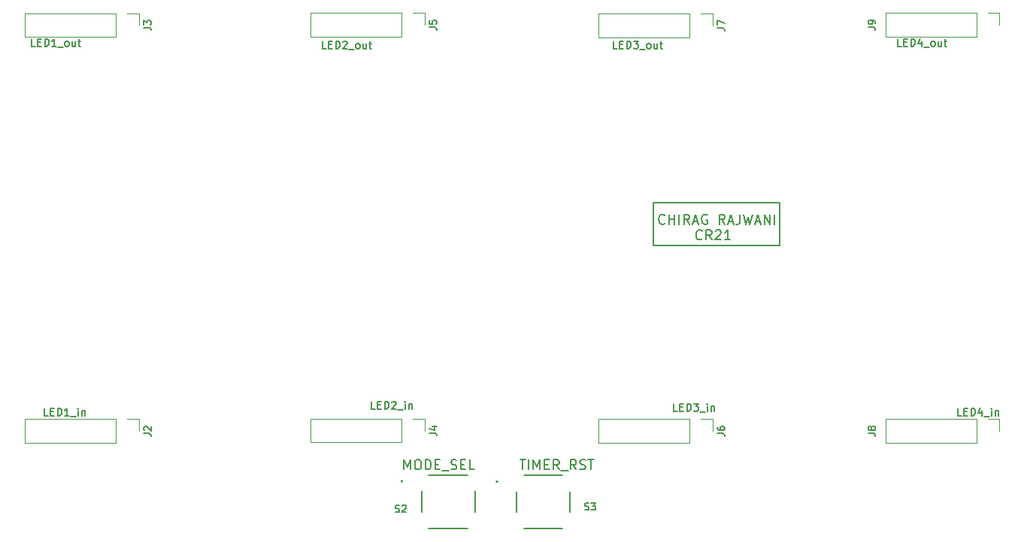
<source format=gto>
%TF.GenerationSoftware,KiCad,Pcbnew,8.0.1*%
%TF.CreationDate,2024-08-12T20:51:52+05:30*%
%TF.ProjectId,4x8x8 LED Matrix Pcb,34783878-3820-44c4-9544-204d61747269,rev?*%
%TF.SameCoordinates,Original*%
%TF.FileFunction,Legend,Top*%
%TF.FilePolarity,Positive*%
%FSLAX46Y46*%
G04 Gerber Fmt 4.6, Leading zero omitted, Abs format (unit mm)*
G04 Created by KiCad (PCBNEW 8.0.1) date 2024-08-12 20:51:52*
%MOMM*%
%LPD*%
G01*
G04 APERTURE LIST*
%ADD10C,0.200000*%
%ADD11C,0.150000*%
%ADD12C,0.120000*%
%ADD13C,0.127000*%
G04 APERTURE END LIST*
D10*
X161290000Y-94488000D02*
X175514000Y-94488000D01*
X175514000Y-99314000D01*
X161290000Y-99314000D01*
X161290000Y-94488000D01*
X162566054Y-96785281D02*
X162513673Y-96837662D01*
X162513673Y-96837662D02*
X162356530Y-96890042D01*
X162356530Y-96890042D02*
X162251768Y-96890042D01*
X162251768Y-96890042D02*
X162094625Y-96837662D01*
X162094625Y-96837662D02*
X161989863Y-96732900D01*
X161989863Y-96732900D02*
X161937482Y-96628138D01*
X161937482Y-96628138D02*
X161885101Y-96418614D01*
X161885101Y-96418614D02*
X161885101Y-96261471D01*
X161885101Y-96261471D02*
X161937482Y-96051947D01*
X161937482Y-96051947D02*
X161989863Y-95947185D01*
X161989863Y-95947185D02*
X162094625Y-95842423D01*
X162094625Y-95842423D02*
X162251768Y-95790042D01*
X162251768Y-95790042D02*
X162356530Y-95790042D01*
X162356530Y-95790042D02*
X162513673Y-95842423D01*
X162513673Y-95842423D02*
X162566054Y-95894804D01*
X163037482Y-96890042D02*
X163037482Y-95790042D01*
X163037482Y-96313852D02*
X163666054Y-96313852D01*
X163666054Y-96890042D02*
X163666054Y-95790042D01*
X164189863Y-96890042D02*
X164189863Y-95790042D01*
X165342245Y-96890042D02*
X164975578Y-96366233D01*
X164713673Y-96890042D02*
X164713673Y-95790042D01*
X164713673Y-95790042D02*
X165132721Y-95790042D01*
X165132721Y-95790042D02*
X165237483Y-95842423D01*
X165237483Y-95842423D02*
X165289864Y-95894804D01*
X165289864Y-95894804D02*
X165342245Y-95999566D01*
X165342245Y-95999566D02*
X165342245Y-96156709D01*
X165342245Y-96156709D02*
X165289864Y-96261471D01*
X165289864Y-96261471D02*
X165237483Y-96313852D01*
X165237483Y-96313852D02*
X165132721Y-96366233D01*
X165132721Y-96366233D02*
X164713673Y-96366233D01*
X165761292Y-96575757D02*
X166285102Y-96575757D01*
X165656530Y-96890042D02*
X166023197Y-95790042D01*
X166023197Y-95790042D02*
X166389864Y-96890042D01*
X167332721Y-95842423D02*
X167227959Y-95790042D01*
X167227959Y-95790042D02*
X167070816Y-95790042D01*
X167070816Y-95790042D02*
X166913673Y-95842423D01*
X166913673Y-95842423D02*
X166808911Y-95947185D01*
X166808911Y-95947185D02*
X166756530Y-96051947D01*
X166756530Y-96051947D02*
X166704149Y-96261471D01*
X166704149Y-96261471D02*
X166704149Y-96418614D01*
X166704149Y-96418614D02*
X166756530Y-96628138D01*
X166756530Y-96628138D02*
X166808911Y-96732900D01*
X166808911Y-96732900D02*
X166913673Y-96837662D01*
X166913673Y-96837662D02*
X167070816Y-96890042D01*
X167070816Y-96890042D02*
X167175578Y-96890042D01*
X167175578Y-96890042D02*
X167332721Y-96837662D01*
X167332721Y-96837662D02*
X167385102Y-96785281D01*
X167385102Y-96785281D02*
X167385102Y-96418614D01*
X167385102Y-96418614D02*
X167175578Y-96418614D01*
X169323197Y-96890042D02*
X168956530Y-96366233D01*
X168694625Y-96890042D02*
X168694625Y-95790042D01*
X168694625Y-95790042D02*
X169113673Y-95790042D01*
X169113673Y-95790042D02*
X169218435Y-95842423D01*
X169218435Y-95842423D02*
X169270816Y-95894804D01*
X169270816Y-95894804D02*
X169323197Y-95999566D01*
X169323197Y-95999566D02*
X169323197Y-96156709D01*
X169323197Y-96156709D02*
X169270816Y-96261471D01*
X169270816Y-96261471D02*
X169218435Y-96313852D01*
X169218435Y-96313852D02*
X169113673Y-96366233D01*
X169113673Y-96366233D02*
X168694625Y-96366233D01*
X169742244Y-96575757D02*
X170266054Y-96575757D01*
X169637482Y-96890042D02*
X170004149Y-95790042D01*
X170004149Y-95790042D02*
X170370816Y-96890042D01*
X171051768Y-95790042D02*
X171051768Y-96575757D01*
X171051768Y-96575757D02*
X170999387Y-96732900D01*
X170999387Y-96732900D02*
X170894625Y-96837662D01*
X170894625Y-96837662D02*
X170737482Y-96890042D01*
X170737482Y-96890042D02*
X170632720Y-96890042D01*
X171470815Y-95790042D02*
X171732720Y-96890042D01*
X171732720Y-96890042D02*
X171942244Y-96104328D01*
X171942244Y-96104328D02*
X172151768Y-96890042D01*
X172151768Y-96890042D02*
X172413673Y-95790042D01*
X172780339Y-96575757D02*
X173304149Y-96575757D01*
X172675577Y-96890042D02*
X173042244Y-95790042D01*
X173042244Y-95790042D02*
X173408911Y-96890042D01*
X173775577Y-96890042D02*
X173775577Y-95790042D01*
X173775577Y-95790042D02*
X174404149Y-96890042D01*
X174404149Y-96890042D02*
X174404149Y-95790042D01*
X174927958Y-96890042D02*
X174927958Y-95790042D01*
X166756529Y-98556219D02*
X166704148Y-98608600D01*
X166704148Y-98608600D02*
X166547005Y-98660980D01*
X166547005Y-98660980D02*
X166442243Y-98660980D01*
X166442243Y-98660980D02*
X166285100Y-98608600D01*
X166285100Y-98608600D02*
X166180338Y-98503838D01*
X166180338Y-98503838D02*
X166127957Y-98399076D01*
X166127957Y-98399076D02*
X166075576Y-98189552D01*
X166075576Y-98189552D02*
X166075576Y-98032409D01*
X166075576Y-98032409D02*
X166127957Y-97822885D01*
X166127957Y-97822885D02*
X166180338Y-97718123D01*
X166180338Y-97718123D02*
X166285100Y-97613361D01*
X166285100Y-97613361D02*
X166442243Y-97560980D01*
X166442243Y-97560980D02*
X166547005Y-97560980D01*
X166547005Y-97560980D02*
X166704148Y-97613361D01*
X166704148Y-97613361D02*
X166756529Y-97665742D01*
X167856529Y-98660980D02*
X167489862Y-98137171D01*
X167227957Y-98660980D02*
X167227957Y-97560980D01*
X167227957Y-97560980D02*
X167647005Y-97560980D01*
X167647005Y-97560980D02*
X167751767Y-97613361D01*
X167751767Y-97613361D02*
X167804148Y-97665742D01*
X167804148Y-97665742D02*
X167856529Y-97770504D01*
X167856529Y-97770504D02*
X167856529Y-97927647D01*
X167856529Y-97927647D02*
X167804148Y-98032409D01*
X167804148Y-98032409D02*
X167751767Y-98084790D01*
X167751767Y-98084790D02*
X167647005Y-98137171D01*
X167647005Y-98137171D02*
X167227957Y-98137171D01*
X168275576Y-97665742D02*
X168327957Y-97613361D01*
X168327957Y-97613361D02*
X168432719Y-97560980D01*
X168432719Y-97560980D02*
X168694624Y-97560980D01*
X168694624Y-97560980D02*
X168799386Y-97613361D01*
X168799386Y-97613361D02*
X168851767Y-97665742D01*
X168851767Y-97665742D02*
X168904148Y-97770504D01*
X168904148Y-97770504D02*
X168904148Y-97875266D01*
X168904148Y-97875266D02*
X168851767Y-98032409D01*
X168851767Y-98032409D02*
X168223195Y-98660980D01*
X168223195Y-98660980D02*
X168904148Y-98660980D01*
X169951767Y-98660980D02*
X169323195Y-98660980D01*
X169637481Y-98660980D02*
X169637481Y-97560980D01*
X169637481Y-97560980D02*
X169532719Y-97718123D01*
X169532719Y-97718123D02*
X169427957Y-97822885D01*
X169427957Y-97822885D02*
X169323195Y-97875266D01*
D11*
X133202588Y-124571580D02*
X133202588Y-123471580D01*
X133202588Y-123471580D02*
X133569255Y-124257295D01*
X133569255Y-124257295D02*
X133935922Y-123471580D01*
X133935922Y-123471580D02*
X133935922Y-124571580D01*
X134669255Y-123471580D02*
X134878779Y-123471580D01*
X134878779Y-123471580D02*
X134983541Y-123523961D01*
X134983541Y-123523961D02*
X135088303Y-123628723D01*
X135088303Y-123628723D02*
X135140684Y-123838247D01*
X135140684Y-123838247D02*
X135140684Y-124204914D01*
X135140684Y-124204914D02*
X135088303Y-124414438D01*
X135088303Y-124414438D02*
X134983541Y-124519200D01*
X134983541Y-124519200D02*
X134878779Y-124571580D01*
X134878779Y-124571580D02*
X134669255Y-124571580D01*
X134669255Y-124571580D02*
X134564493Y-124519200D01*
X134564493Y-124519200D02*
X134459731Y-124414438D01*
X134459731Y-124414438D02*
X134407350Y-124204914D01*
X134407350Y-124204914D02*
X134407350Y-123838247D01*
X134407350Y-123838247D02*
X134459731Y-123628723D01*
X134459731Y-123628723D02*
X134564493Y-123523961D01*
X134564493Y-123523961D02*
X134669255Y-123471580D01*
X135612112Y-124571580D02*
X135612112Y-123471580D01*
X135612112Y-123471580D02*
X135874017Y-123471580D01*
X135874017Y-123471580D02*
X136031160Y-123523961D01*
X136031160Y-123523961D02*
X136135922Y-123628723D01*
X136135922Y-123628723D02*
X136188303Y-123733485D01*
X136188303Y-123733485D02*
X136240684Y-123943009D01*
X136240684Y-123943009D02*
X136240684Y-124100152D01*
X136240684Y-124100152D02*
X136188303Y-124309676D01*
X136188303Y-124309676D02*
X136135922Y-124414438D01*
X136135922Y-124414438D02*
X136031160Y-124519200D01*
X136031160Y-124519200D02*
X135874017Y-124571580D01*
X135874017Y-124571580D02*
X135612112Y-124571580D01*
X136712112Y-123995390D02*
X137078779Y-123995390D01*
X137235922Y-124571580D02*
X136712112Y-124571580D01*
X136712112Y-124571580D02*
X136712112Y-123471580D01*
X136712112Y-123471580D02*
X137235922Y-123471580D01*
X137445446Y-124676342D02*
X138283541Y-124676342D01*
X138493064Y-124519200D02*
X138650207Y-124571580D01*
X138650207Y-124571580D02*
X138912112Y-124571580D01*
X138912112Y-124571580D02*
X139016874Y-124519200D01*
X139016874Y-124519200D02*
X139069255Y-124466819D01*
X139069255Y-124466819D02*
X139121636Y-124362057D01*
X139121636Y-124362057D02*
X139121636Y-124257295D01*
X139121636Y-124257295D02*
X139069255Y-124152533D01*
X139069255Y-124152533D02*
X139016874Y-124100152D01*
X139016874Y-124100152D02*
X138912112Y-124047771D01*
X138912112Y-124047771D02*
X138702588Y-123995390D01*
X138702588Y-123995390D02*
X138597826Y-123943009D01*
X138597826Y-123943009D02*
X138545445Y-123890628D01*
X138545445Y-123890628D02*
X138493064Y-123785866D01*
X138493064Y-123785866D02*
X138493064Y-123681104D01*
X138493064Y-123681104D02*
X138545445Y-123576342D01*
X138545445Y-123576342D02*
X138597826Y-123523961D01*
X138597826Y-123523961D02*
X138702588Y-123471580D01*
X138702588Y-123471580D02*
X138964493Y-123471580D01*
X138964493Y-123471580D02*
X139121636Y-123523961D01*
X139593064Y-123995390D02*
X139959731Y-123995390D01*
X140116874Y-124571580D02*
X139593064Y-124571580D01*
X139593064Y-124571580D02*
X139593064Y-123471580D01*
X139593064Y-123471580D02*
X140116874Y-123471580D01*
X141112112Y-124571580D02*
X140588302Y-124571580D01*
X140588302Y-124571580D02*
X140588302Y-123471580D01*
X146253445Y-123471580D02*
X146882017Y-123471580D01*
X146567731Y-124571580D02*
X146567731Y-123471580D01*
X147248683Y-124571580D02*
X147248683Y-123471580D01*
X147772493Y-124571580D02*
X147772493Y-123471580D01*
X147772493Y-123471580D02*
X148139160Y-124257295D01*
X148139160Y-124257295D02*
X148505827Y-123471580D01*
X148505827Y-123471580D02*
X148505827Y-124571580D01*
X149029636Y-123995390D02*
X149396303Y-123995390D01*
X149553446Y-124571580D02*
X149029636Y-124571580D01*
X149029636Y-124571580D02*
X149029636Y-123471580D01*
X149029636Y-123471580D02*
X149553446Y-123471580D01*
X150653446Y-124571580D02*
X150286779Y-124047771D01*
X150024874Y-124571580D02*
X150024874Y-123471580D01*
X150024874Y-123471580D02*
X150443922Y-123471580D01*
X150443922Y-123471580D02*
X150548684Y-123523961D01*
X150548684Y-123523961D02*
X150601065Y-123576342D01*
X150601065Y-123576342D02*
X150653446Y-123681104D01*
X150653446Y-123681104D02*
X150653446Y-123838247D01*
X150653446Y-123838247D02*
X150601065Y-123943009D01*
X150601065Y-123943009D02*
X150548684Y-123995390D01*
X150548684Y-123995390D02*
X150443922Y-124047771D01*
X150443922Y-124047771D02*
X150024874Y-124047771D01*
X150862970Y-124676342D02*
X151701065Y-124676342D01*
X152591541Y-124571580D02*
X152224874Y-124047771D01*
X151962969Y-124571580D02*
X151962969Y-123471580D01*
X151962969Y-123471580D02*
X152382017Y-123471580D01*
X152382017Y-123471580D02*
X152486779Y-123523961D01*
X152486779Y-123523961D02*
X152539160Y-123576342D01*
X152539160Y-123576342D02*
X152591541Y-123681104D01*
X152591541Y-123681104D02*
X152591541Y-123838247D01*
X152591541Y-123838247D02*
X152539160Y-123943009D01*
X152539160Y-123943009D02*
X152486779Y-123995390D01*
X152486779Y-123995390D02*
X152382017Y-124047771D01*
X152382017Y-124047771D02*
X151962969Y-124047771D01*
X153010588Y-124519200D02*
X153167731Y-124571580D01*
X153167731Y-124571580D02*
X153429636Y-124571580D01*
X153429636Y-124571580D02*
X153534398Y-124519200D01*
X153534398Y-124519200D02*
X153586779Y-124466819D01*
X153586779Y-124466819D02*
X153639160Y-124362057D01*
X153639160Y-124362057D02*
X153639160Y-124257295D01*
X153639160Y-124257295D02*
X153586779Y-124152533D01*
X153586779Y-124152533D02*
X153534398Y-124100152D01*
X153534398Y-124100152D02*
X153429636Y-124047771D01*
X153429636Y-124047771D02*
X153220112Y-123995390D01*
X153220112Y-123995390D02*
X153115350Y-123943009D01*
X153115350Y-123943009D02*
X153062969Y-123890628D01*
X153062969Y-123890628D02*
X153010588Y-123785866D01*
X153010588Y-123785866D02*
X153010588Y-123681104D01*
X153010588Y-123681104D02*
X153062969Y-123576342D01*
X153062969Y-123576342D02*
X153115350Y-123523961D01*
X153115350Y-123523961D02*
X153220112Y-123471580D01*
X153220112Y-123471580D02*
X153482017Y-123471580D01*
X153482017Y-123471580D02*
X153639160Y-123523961D01*
X153953445Y-123471580D02*
X154582017Y-123471580D01*
X154267731Y-124571580D02*
X154267731Y-123471580D01*
X185490295Y-120476666D02*
X186061723Y-120476666D01*
X186061723Y-120476666D02*
X186176009Y-120514761D01*
X186176009Y-120514761D02*
X186252200Y-120590952D01*
X186252200Y-120590952D02*
X186290295Y-120705237D01*
X186290295Y-120705237D02*
X186290295Y-120781428D01*
X185833152Y-119981428D02*
X185795057Y-120057618D01*
X185795057Y-120057618D02*
X185756961Y-120095713D01*
X185756961Y-120095713D02*
X185680771Y-120133809D01*
X185680771Y-120133809D02*
X185642676Y-120133809D01*
X185642676Y-120133809D02*
X185566485Y-120095713D01*
X185566485Y-120095713D02*
X185528390Y-120057618D01*
X185528390Y-120057618D02*
X185490295Y-119981428D01*
X185490295Y-119981428D02*
X185490295Y-119829047D01*
X185490295Y-119829047D02*
X185528390Y-119752856D01*
X185528390Y-119752856D02*
X185566485Y-119714761D01*
X185566485Y-119714761D02*
X185642676Y-119676666D01*
X185642676Y-119676666D02*
X185680771Y-119676666D01*
X185680771Y-119676666D02*
X185756961Y-119714761D01*
X185756961Y-119714761D02*
X185795057Y-119752856D01*
X185795057Y-119752856D02*
X185833152Y-119829047D01*
X185833152Y-119829047D02*
X185833152Y-119981428D01*
X185833152Y-119981428D02*
X185871247Y-120057618D01*
X185871247Y-120057618D02*
X185909342Y-120095713D01*
X185909342Y-120095713D02*
X185985533Y-120133809D01*
X185985533Y-120133809D02*
X186137914Y-120133809D01*
X186137914Y-120133809D02*
X186214104Y-120095713D01*
X186214104Y-120095713D02*
X186252200Y-120057618D01*
X186252200Y-120057618D02*
X186290295Y-119981428D01*
X186290295Y-119981428D02*
X186290295Y-119829047D01*
X186290295Y-119829047D02*
X186252200Y-119752856D01*
X186252200Y-119752856D02*
X186214104Y-119714761D01*
X186214104Y-119714761D02*
X186137914Y-119676666D01*
X186137914Y-119676666D02*
X185985533Y-119676666D01*
X185985533Y-119676666D02*
X185909342Y-119714761D01*
X185909342Y-119714761D02*
X185871247Y-119752856D01*
X185871247Y-119752856D02*
X185833152Y-119829047D01*
X196004094Y-118495427D02*
X195599332Y-118495427D01*
X195599332Y-118495427D02*
X195599332Y-117645427D01*
X196287427Y-118050189D02*
X196570761Y-118050189D01*
X196692189Y-118495427D02*
X196287427Y-118495427D01*
X196287427Y-118495427D02*
X196287427Y-117645427D01*
X196287427Y-117645427D02*
X196692189Y-117645427D01*
X197056475Y-118495427D02*
X197056475Y-117645427D01*
X197056475Y-117645427D02*
X197258856Y-117645427D01*
X197258856Y-117645427D02*
X197380285Y-117685903D01*
X197380285Y-117685903D02*
X197461237Y-117766855D01*
X197461237Y-117766855D02*
X197501714Y-117847808D01*
X197501714Y-117847808D02*
X197542190Y-118009712D01*
X197542190Y-118009712D02*
X197542190Y-118131141D01*
X197542190Y-118131141D02*
X197501714Y-118293046D01*
X197501714Y-118293046D02*
X197461237Y-118373998D01*
X197461237Y-118373998D02*
X197380285Y-118454951D01*
X197380285Y-118454951D02*
X197258856Y-118495427D01*
X197258856Y-118495427D02*
X197056475Y-118495427D01*
X198270761Y-117928760D02*
X198270761Y-118495427D01*
X198068380Y-117604951D02*
X197865999Y-118212093D01*
X197865999Y-118212093D02*
X198392190Y-118212093D01*
X198513619Y-118576379D02*
X199161238Y-118576379D01*
X199363618Y-118495427D02*
X199363618Y-117928760D01*
X199363618Y-117645427D02*
X199323142Y-117685903D01*
X199323142Y-117685903D02*
X199363618Y-117726379D01*
X199363618Y-117726379D02*
X199404095Y-117685903D01*
X199404095Y-117685903D02*
X199363618Y-117645427D01*
X199363618Y-117645427D02*
X199363618Y-117726379D01*
X199768380Y-117928760D02*
X199768380Y-118495427D01*
X199768380Y-118009712D02*
X199808857Y-117969236D01*
X199808857Y-117969236D02*
X199889809Y-117928760D01*
X199889809Y-117928760D02*
X200011238Y-117928760D01*
X200011238Y-117928760D02*
X200092190Y-117969236D01*
X200092190Y-117969236D02*
X200132666Y-118050189D01*
X200132666Y-118050189D02*
X200132666Y-118495427D01*
X168492295Y-120476666D02*
X169063723Y-120476666D01*
X169063723Y-120476666D02*
X169178009Y-120514761D01*
X169178009Y-120514761D02*
X169254200Y-120590952D01*
X169254200Y-120590952D02*
X169292295Y-120705237D01*
X169292295Y-120705237D02*
X169292295Y-120781428D01*
X168492295Y-119752856D02*
X168492295Y-119905237D01*
X168492295Y-119905237D02*
X168530390Y-119981428D01*
X168530390Y-119981428D02*
X168568485Y-120019523D01*
X168568485Y-120019523D02*
X168682771Y-120095713D01*
X168682771Y-120095713D02*
X168835152Y-120133809D01*
X168835152Y-120133809D02*
X169139914Y-120133809D01*
X169139914Y-120133809D02*
X169216104Y-120095713D01*
X169216104Y-120095713D02*
X169254200Y-120057618D01*
X169254200Y-120057618D02*
X169292295Y-119981428D01*
X169292295Y-119981428D02*
X169292295Y-119829047D01*
X169292295Y-119829047D02*
X169254200Y-119752856D01*
X169254200Y-119752856D02*
X169216104Y-119714761D01*
X169216104Y-119714761D02*
X169139914Y-119676666D01*
X169139914Y-119676666D02*
X168949438Y-119676666D01*
X168949438Y-119676666D02*
X168873247Y-119714761D01*
X168873247Y-119714761D02*
X168835152Y-119752856D01*
X168835152Y-119752856D02*
X168797057Y-119829047D01*
X168797057Y-119829047D02*
X168797057Y-119981428D01*
X168797057Y-119981428D02*
X168835152Y-120057618D01*
X168835152Y-120057618D02*
X168873247Y-120095713D01*
X168873247Y-120095713D02*
X168949438Y-120133809D01*
X164000094Y-117987427D02*
X163595332Y-117987427D01*
X163595332Y-117987427D02*
X163595332Y-117137427D01*
X164283427Y-117542189D02*
X164566761Y-117542189D01*
X164688189Y-117987427D02*
X164283427Y-117987427D01*
X164283427Y-117987427D02*
X164283427Y-117137427D01*
X164283427Y-117137427D02*
X164688189Y-117137427D01*
X165052475Y-117987427D02*
X165052475Y-117137427D01*
X165052475Y-117137427D02*
X165254856Y-117137427D01*
X165254856Y-117137427D02*
X165376285Y-117177903D01*
X165376285Y-117177903D02*
X165457237Y-117258855D01*
X165457237Y-117258855D02*
X165497714Y-117339808D01*
X165497714Y-117339808D02*
X165538190Y-117501712D01*
X165538190Y-117501712D02*
X165538190Y-117623141D01*
X165538190Y-117623141D02*
X165497714Y-117785046D01*
X165497714Y-117785046D02*
X165457237Y-117865998D01*
X165457237Y-117865998D02*
X165376285Y-117946951D01*
X165376285Y-117946951D02*
X165254856Y-117987427D01*
X165254856Y-117987427D02*
X165052475Y-117987427D01*
X165821523Y-117137427D02*
X166347714Y-117137427D01*
X166347714Y-117137427D02*
X166064380Y-117461236D01*
X166064380Y-117461236D02*
X166185809Y-117461236D01*
X166185809Y-117461236D02*
X166266761Y-117501712D01*
X166266761Y-117501712D02*
X166307237Y-117542189D01*
X166307237Y-117542189D02*
X166347714Y-117623141D01*
X166347714Y-117623141D02*
X166347714Y-117825522D01*
X166347714Y-117825522D02*
X166307237Y-117906474D01*
X166307237Y-117906474D02*
X166266761Y-117946951D01*
X166266761Y-117946951D02*
X166185809Y-117987427D01*
X166185809Y-117987427D02*
X165942952Y-117987427D01*
X165942952Y-117987427D02*
X165861999Y-117946951D01*
X165861999Y-117946951D02*
X165821523Y-117906474D01*
X166509619Y-118068379D02*
X167157238Y-118068379D01*
X167359618Y-117987427D02*
X167359618Y-117420760D01*
X167359618Y-117137427D02*
X167319142Y-117177903D01*
X167319142Y-117177903D02*
X167359618Y-117218379D01*
X167359618Y-117218379D02*
X167400095Y-117177903D01*
X167400095Y-117177903D02*
X167359618Y-117137427D01*
X167359618Y-117137427D02*
X167359618Y-117218379D01*
X167764380Y-117420760D02*
X167764380Y-117987427D01*
X167764380Y-117501712D02*
X167804857Y-117461236D01*
X167804857Y-117461236D02*
X167885809Y-117420760D01*
X167885809Y-117420760D02*
X168007238Y-117420760D01*
X168007238Y-117420760D02*
X168088190Y-117461236D01*
X168088190Y-117461236D02*
X168128666Y-117542189D01*
X168128666Y-117542189D02*
X168128666Y-117987427D01*
X185490295Y-74688666D02*
X186061723Y-74688666D01*
X186061723Y-74688666D02*
X186176009Y-74726761D01*
X186176009Y-74726761D02*
X186252200Y-74802952D01*
X186252200Y-74802952D02*
X186290295Y-74917237D01*
X186290295Y-74917237D02*
X186290295Y-74993428D01*
X186290295Y-74269618D02*
X186290295Y-74117237D01*
X186290295Y-74117237D02*
X186252200Y-74041047D01*
X186252200Y-74041047D02*
X186214104Y-74002951D01*
X186214104Y-74002951D02*
X186099819Y-73926761D01*
X186099819Y-73926761D02*
X185947438Y-73888666D01*
X185947438Y-73888666D02*
X185642676Y-73888666D01*
X185642676Y-73888666D02*
X185566485Y-73926761D01*
X185566485Y-73926761D02*
X185528390Y-73964856D01*
X185528390Y-73964856D02*
X185490295Y-74041047D01*
X185490295Y-74041047D02*
X185490295Y-74193428D01*
X185490295Y-74193428D02*
X185528390Y-74269618D01*
X185528390Y-74269618D02*
X185566485Y-74307713D01*
X185566485Y-74307713D02*
X185642676Y-74345809D01*
X185642676Y-74345809D02*
X185833152Y-74345809D01*
X185833152Y-74345809D02*
X185909342Y-74307713D01*
X185909342Y-74307713D02*
X185947438Y-74269618D01*
X185947438Y-74269618D02*
X185985533Y-74193428D01*
X185985533Y-74193428D02*
X185985533Y-74041047D01*
X185985533Y-74041047D02*
X185947438Y-73964856D01*
X185947438Y-73964856D02*
X185909342Y-73926761D01*
X185909342Y-73926761D02*
X185833152Y-73888666D01*
X189229094Y-76839427D02*
X188824332Y-76839427D01*
X188824332Y-76839427D02*
X188824332Y-75989427D01*
X189512427Y-76394189D02*
X189795761Y-76394189D01*
X189917189Y-76839427D02*
X189512427Y-76839427D01*
X189512427Y-76839427D02*
X189512427Y-75989427D01*
X189512427Y-75989427D02*
X189917189Y-75989427D01*
X190281475Y-76839427D02*
X190281475Y-75989427D01*
X190281475Y-75989427D02*
X190483856Y-75989427D01*
X190483856Y-75989427D02*
X190605285Y-76029903D01*
X190605285Y-76029903D02*
X190686237Y-76110855D01*
X190686237Y-76110855D02*
X190726714Y-76191808D01*
X190726714Y-76191808D02*
X190767190Y-76353712D01*
X190767190Y-76353712D02*
X190767190Y-76475141D01*
X190767190Y-76475141D02*
X190726714Y-76637046D01*
X190726714Y-76637046D02*
X190686237Y-76717998D01*
X190686237Y-76717998D02*
X190605285Y-76798951D01*
X190605285Y-76798951D02*
X190483856Y-76839427D01*
X190483856Y-76839427D02*
X190281475Y-76839427D01*
X191495761Y-76272760D02*
X191495761Y-76839427D01*
X191293380Y-75948951D02*
X191090999Y-76556093D01*
X191090999Y-76556093D02*
X191617190Y-76556093D01*
X191738619Y-76920379D02*
X192386238Y-76920379D01*
X192710047Y-76839427D02*
X192629095Y-76798951D01*
X192629095Y-76798951D02*
X192588618Y-76758474D01*
X192588618Y-76758474D02*
X192548142Y-76677522D01*
X192548142Y-76677522D02*
X192548142Y-76434665D01*
X192548142Y-76434665D02*
X192588618Y-76353712D01*
X192588618Y-76353712D02*
X192629095Y-76313236D01*
X192629095Y-76313236D02*
X192710047Y-76272760D01*
X192710047Y-76272760D02*
X192831476Y-76272760D01*
X192831476Y-76272760D02*
X192912428Y-76313236D01*
X192912428Y-76313236D02*
X192952904Y-76353712D01*
X192952904Y-76353712D02*
X192993380Y-76434665D01*
X192993380Y-76434665D02*
X192993380Y-76677522D01*
X192993380Y-76677522D02*
X192952904Y-76758474D01*
X192952904Y-76758474D02*
X192912428Y-76798951D01*
X192912428Y-76798951D02*
X192831476Y-76839427D01*
X192831476Y-76839427D02*
X192710047Y-76839427D01*
X193721952Y-76272760D02*
X193721952Y-76839427D01*
X193357666Y-76272760D02*
X193357666Y-76717998D01*
X193357666Y-76717998D02*
X193398143Y-76798951D01*
X193398143Y-76798951D02*
X193479095Y-76839427D01*
X193479095Y-76839427D02*
X193600524Y-76839427D01*
X193600524Y-76839427D02*
X193681476Y-76798951D01*
X193681476Y-76798951D02*
X193721952Y-76758474D01*
X194005286Y-76272760D02*
X194329095Y-76272760D01*
X194126714Y-75989427D02*
X194126714Y-76717998D01*
X194126714Y-76717998D02*
X194167191Y-76798951D01*
X194167191Y-76798951D02*
X194248143Y-76839427D01*
X194248143Y-76839427D02*
X194329095Y-76839427D01*
X168492295Y-74756666D02*
X169063723Y-74756666D01*
X169063723Y-74756666D02*
X169178009Y-74794761D01*
X169178009Y-74794761D02*
X169254200Y-74870952D01*
X169254200Y-74870952D02*
X169292295Y-74985237D01*
X169292295Y-74985237D02*
X169292295Y-75061428D01*
X168492295Y-74451904D02*
X168492295Y-73918570D01*
X168492295Y-73918570D02*
X169292295Y-74261428D01*
X157225094Y-77093427D02*
X156820332Y-77093427D01*
X156820332Y-77093427D02*
X156820332Y-76243427D01*
X157508427Y-76648189D02*
X157791761Y-76648189D01*
X157913189Y-77093427D02*
X157508427Y-77093427D01*
X157508427Y-77093427D02*
X157508427Y-76243427D01*
X157508427Y-76243427D02*
X157913189Y-76243427D01*
X158277475Y-77093427D02*
X158277475Y-76243427D01*
X158277475Y-76243427D02*
X158479856Y-76243427D01*
X158479856Y-76243427D02*
X158601285Y-76283903D01*
X158601285Y-76283903D02*
X158682237Y-76364855D01*
X158682237Y-76364855D02*
X158722714Y-76445808D01*
X158722714Y-76445808D02*
X158763190Y-76607712D01*
X158763190Y-76607712D02*
X158763190Y-76729141D01*
X158763190Y-76729141D02*
X158722714Y-76891046D01*
X158722714Y-76891046D02*
X158682237Y-76971998D01*
X158682237Y-76971998D02*
X158601285Y-77052951D01*
X158601285Y-77052951D02*
X158479856Y-77093427D01*
X158479856Y-77093427D02*
X158277475Y-77093427D01*
X159046523Y-76243427D02*
X159572714Y-76243427D01*
X159572714Y-76243427D02*
X159289380Y-76567236D01*
X159289380Y-76567236D02*
X159410809Y-76567236D01*
X159410809Y-76567236D02*
X159491761Y-76607712D01*
X159491761Y-76607712D02*
X159532237Y-76648189D01*
X159532237Y-76648189D02*
X159572714Y-76729141D01*
X159572714Y-76729141D02*
X159572714Y-76931522D01*
X159572714Y-76931522D02*
X159532237Y-77012474D01*
X159532237Y-77012474D02*
X159491761Y-77052951D01*
X159491761Y-77052951D02*
X159410809Y-77093427D01*
X159410809Y-77093427D02*
X159167952Y-77093427D01*
X159167952Y-77093427D02*
X159086999Y-77052951D01*
X159086999Y-77052951D02*
X159046523Y-77012474D01*
X159734619Y-77174379D02*
X160382238Y-77174379D01*
X160706047Y-77093427D02*
X160625095Y-77052951D01*
X160625095Y-77052951D02*
X160584618Y-77012474D01*
X160584618Y-77012474D02*
X160544142Y-76931522D01*
X160544142Y-76931522D02*
X160544142Y-76688665D01*
X160544142Y-76688665D02*
X160584618Y-76607712D01*
X160584618Y-76607712D02*
X160625095Y-76567236D01*
X160625095Y-76567236D02*
X160706047Y-76526760D01*
X160706047Y-76526760D02*
X160827476Y-76526760D01*
X160827476Y-76526760D02*
X160908428Y-76567236D01*
X160908428Y-76567236D02*
X160948904Y-76607712D01*
X160948904Y-76607712D02*
X160989380Y-76688665D01*
X160989380Y-76688665D02*
X160989380Y-76931522D01*
X160989380Y-76931522D02*
X160948904Y-77012474D01*
X160948904Y-77012474D02*
X160908428Y-77052951D01*
X160908428Y-77052951D02*
X160827476Y-77093427D01*
X160827476Y-77093427D02*
X160706047Y-77093427D01*
X161717952Y-76526760D02*
X161717952Y-77093427D01*
X161353666Y-76526760D02*
X161353666Y-76971998D01*
X161353666Y-76971998D02*
X161394143Y-77052951D01*
X161394143Y-77052951D02*
X161475095Y-77093427D01*
X161475095Y-77093427D02*
X161596524Y-77093427D01*
X161596524Y-77093427D02*
X161677476Y-77052951D01*
X161677476Y-77052951D02*
X161717952Y-77012474D01*
X162001286Y-76526760D02*
X162325095Y-76526760D01*
X162122714Y-76243427D02*
X162122714Y-76971998D01*
X162122714Y-76971998D02*
X162163191Y-77052951D01*
X162163191Y-77052951D02*
X162244143Y-77093427D01*
X162244143Y-77093427D02*
X162325095Y-77093427D01*
X132232475Y-129356200D02*
X132346761Y-129394295D01*
X132346761Y-129394295D02*
X132537237Y-129394295D01*
X132537237Y-129394295D02*
X132613428Y-129356200D01*
X132613428Y-129356200D02*
X132651523Y-129318104D01*
X132651523Y-129318104D02*
X132689618Y-129241914D01*
X132689618Y-129241914D02*
X132689618Y-129165723D01*
X132689618Y-129165723D02*
X132651523Y-129089533D01*
X132651523Y-129089533D02*
X132613428Y-129051438D01*
X132613428Y-129051438D02*
X132537237Y-129013342D01*
X132537237Y-129013342D02*
X132384856Y-128975247D01*
X132384856Y-128975247D02*
X132308666Y-128937152D01*
X132308666Y-128937152D02*
X132270571Y-128899057D01*
X132270571Y-128899057D02*
X132232475Y-128822866D01*
X132232475Y-128822866D02*
X132232475Y-128746676D01*
X132232475Y-128746676D02*
X132270571Y-128670485D01*
X132270571Y-128670485D02*
X132308666Y-128632390D01*
X132308666Y-128632390D02*
X132384856Y-128594295D01*
X132384856Y-128594295D02*
X132575333Y-128594295D01*
X132575333Y-128594295D02*
X132689618Y-128632390D01*
X132994380Y-128670485D02*
X133032476Y-128632390D01*
X133032476Y-128632390D02*
X133108666Y-128594295D01*
X133108666Y-128594295D02*
X133299142Y-128594295D01*
X133299142Y-128594295D02*
X133375333Y-128632390D01*
X133375333Y-128632390D02*
X133413428Y-128670485D01*
X133413428Y-128670485D02*
X133451523Y-128746676D01*
X133451523Y-128746676D02*
X133451523Y-128822866D01*
X133451523Y-128822866D02*
X133413428Y-128937152D01*
X133413428Y-128937152D02*
X132956285Y-129394295D01*
X132956285Y-129394295D02*
X133451523Y-129394295D01*
X136082295Y-120456666D02*
X136653723Y-120456666D01*
X136653723Y-120456666D02*
X136768009Y-120494761D01*
X136768009Y-120494761D02*
X136844200Y-120570952D01*
X136844200Y-120570952D02*
X136882295Y-120685237D01*
X136882295Y-120685237D02*
X136882295Y-120761428D01*
X136348961Y-119732856D02*
X136882295Y-119732856D01*
X136044200Y-119923332D02*
X136615628Y-120113809D01*
X136615628Y-120113809D02*
X136615628Y-119618570D01*
X129964094Y-117733427D02*
X129559332Y-117733427D01*
X129559332Y-117733427D02*
X129559332Y-116883427D01*
X130247427Y-117288189D02*
X130530761Y-117288189D01*
X130652189Y-117733427D02*
X130247427Y-117733427D01*
X130247427Y-117733427D02*
X130247427Y-116883427D01*
X130247427Y-116883427D02*
X130652189Y-116883427D01*
X131016475Y-117733427D02*
X131016475Y-116883427D01*
X131016475Y-116883427D02*
X131218856Y-116883427D01*
X131218856Y-116883427D02*
X131340285Y-116923903D01*
X131340285Y-116923903D02*
X131421237Y-117004855D01*
X131421237Y-117004855D02*
X131461714Y-117085808D01*
X131461714Y-117085808D02*
X131502190Y-117247712D01*
X131502190Y-117247712D02*
X131502190Y-117369141D01*
X131502190Y-117369141D02*
X131461714Y-117531046D01*
X131461714Y-117531046D02*
X131421237Y-117611998D01*
X131421237Y-117611998D02*
X131340285Y-117692951D01*
X131340285Y-117692951D02*
X131218856Y-117733427D01*
X131218856Y-117733427D02*
X131016475Y-117733427D01*
X131825999Y-116964379D02*
X131866475Y-116923903D01*
X131866475Y-116923903D02*
X131947428Y-116883427D01*
X131947428Y-116883427D02*
X132149809Y-116883427D01*
X132149809Y-116883427D02*
X132230761Y-116923903D01*
X132230761Y-116923903D02*
X132271237Y-116964379D01*
X132271237Y-116964379D02*
X132311714Y-117045331D01*
X132311714Y-117045331D02*
X132311714Y-117126284D01*
X132311714Y-117126284D02*
X132271237Y-117247712D01*
X132271237Y-117247712D02*
X131785523Y-117733427D01*
X131785523Y-117733427D02*
X132311714Y-117733427D01*
X132473619Y-117814379D02*
X133121238Y-117814379D01*
X133323618Y-117733427D02*
X133323618Y-117166760D01*
X133323618Y-116883427D02*
X133283142Y-116923903D01*
X133283142Y-116923903D02*
X133323618Y-116964379D01*
X133323618Y-116964379D02*
X133364095Y-116923903D01*
X133364095Y-116923903D02*
X133323618Y-116883427D01*
X133323618Y-116883427D02*
X133323618Y-116964379D01*
X133728380Y-117166760D02*
X133728380Y-117733427D01*
X133728380Y-117247712D02*
X133768857Y-117207236D01*
X133768857Y-117207236D02*
X133849809Y-117166760D01*
X133849809Y-117166760D02*
X133971238Y-117166760D01*
X133971238Y-117166760D02*
X134052190Y-117207236D01*
X134052190Y-117207236D02*
X134092666Y-117288189D01*
X134092666Y-117288189D02*
X134092666Y-117733427D01*
X103892295Y-120496666D02*
X104463723Y-120496666D01*
X104463723Y-120496666D02*
X104578009Y-120534761D01*
X104578009Y-120534761D02*
X104654200Y-120610952D01*
X104654200Y-120610952D02*
X104692295Y-120725237D01*
X104692295Y-120725237D02*
X104692295Y-120801428D01*
X103968485Y-120153809D02*
X103930390Y-120115713D01*
X103930390Y-120115713D02*
X103892295Y-120039523D01*
X103892295Y-120039523D02*
X103892295Y-119849047D01*
X103892295Y-119849047D02*
X103930390Y-119772856D01*
X103930390Y-119772856D02*
X103968485Y-119734761D01*
X103968485Y-119734761D02*
X104044676Y-119696666D01*
X104044676Y-119696666D02*
X104120866Y-119696666D01*
X104120866Y-119696666D02*
X104235152Y-119734761D01*
X104235152Y-119734761D02*
X104692295Y-120191904D01*
X104692295Y-120191904D02*
X104692295Y-119696666D01*
X93134094Y-118495427D02*
X92729332Y-118495427D01*
X92729332Y-118495427D02*
X92729332Y-117645427D01*
X93417427Y-118050189D02*
X93700761Y-118050189D01*
X93822189Y-118495427D02*
X93417427Y-118495427D01*
X93417427Y-118495427D02*
X93417427Y-117645427D01*
X93417427Y-117645427D02*
X93822189Y-117645427D01*
X94186475Y-118495427D02*
X94186475Y-117645427D01*
X94186475Y-117645427D02*
X94388856Y-117645427D01*
X94388856Y-117645427D02*
X94510285Y-117685903D01*
X94510285Y-117685903D02*
X94591237Y-117766855D01*
X94591237Y-117766855D02*
X94631714Y-117847808D01*
X94631714Y-117847808D02*
X94672190Y-118009712D01*
X94672190Y-118009712D02*
X94672190Y-118131141D01*
X94672190Y-118131141D02*
X94631714Y-118293046D01*
X94631714Y-118293046D02*
X94591237Y-118373998D01*
X94591237Y-118373998D02*
X94510285Y-118454951D01*
X94510285Y-118454951D02*
X94388856Y-118495427D01*
X94388856Y-118495427D02*
X94186475Y-118495427D01*
X95481714Y-118495427D02*
X94995999Y-118495427D01*
X95238856Y-118495427D02*
X95238856Y-117645427D01*
X95238856Y-117645427D02*
X95157904Y-117766855D01*
X95157904Y-117766855D02*
X95076952Y-117847808D01*
X95076952Y-117847808D02*
X94995999Y-117888284D01*
X95643619Y-118576379D02*
X96291238Y-118576379D01*
X96493618Y-118495427D02*
X96493618Y-117928760D01*
X96493618Y-117645427D02*
X96453142Y-117685903D01*
X96453142Y-117685903D02*
X96493618Y-117726379D01*
X96493618Y-117726379D02*
X96534095Y-117685903D01*
X96534095Y-117685903D02*
X96493618Y-117645427D01*
X96493618Y-117645427D02*
X96493618Y-117726379D01*
X96898380Y-117928760D02*
X96898380Y-118495427D01*
X96898380Y-118009712D02*
X96938857Y-117969236D01*
X96938857Y-117969236D02*
X97019809Y-117928760D01*
X97019809Y-117928760D02*
X97141238Y-117928760D01*
X97141238Y-117928760D02*
X97222190Y-117969236D01*
X97222190Y-117969236D02*
X97262666Y-118050189D01*
X97262666Y-118050189D02*
X97262666Y-118495427D01*
X136082295Y-74686666D02*
X136653723Y-74686666D01*
X136653723Y-74686666D02*
X136768009Y-74724761D01*
X136768009Y-74724761D02*
X136844200Y-74800952D01*
X136844200Y-74800952D02*
X136882295Y-74915237D01*
X136882295Y-74915237D02*
X136882295Y-74991428D01*
X136082295Y-73924761D02*
X136082295Y-74305713D01*
X136082295Y-74305713D02*
X136463247Y-74343809D01*
X136463247Y-74343809D02*
X136425152Y-74305713D01*
X136425152Y-74305713D02*
X136387057Y-74229523D01*
X136387057Y-74229523D02*
X136387057Y-74039047D01*
X136387057Y-74039047D02*
X136425152Y-73962856D01*
X136425152Y-73962856D02*
X136463247Y-73924761D01*
X136463247Y-73924761D02*
X136539438Y-73886666D01*
X136539438Y-73886666D02*
X136729914Y-73886666D01*
X136729914Y-73886666D02*
X136806104Y-73924761D01*
X136806104Y-73924761D02*
X136844200Y-73962856D01*
X136844200Y-73962856D02*
X136882295Y-74039047D01*
X136882295Y-74039047D02*
X136882295Y-74229523D01*
X136882295Y-74229523D02*
X136844200Y-74305713D01*
X136844200Y-74305713D02*
X136806104Y-74343809D01*
X124459094Y-77093427D02*
X124054332Y-77093427D01*
X124054332Y-77093427D02*
X124054332Y-76243427D01*
X124742427Y-76648189D02*
X125025761Y-76648189D01*
X125147189Y-77093427D02*
X124742427Y-77093427D01*
X124742427Y-77093427D02*
X124742427Y-76243427D01*
X124742427Y-76243427D02*
X125147189Y-76243427D01*
X125511475Y-77093427D02*
X125511475Y-76243427D01*
X125511475Y-76243427D02*
X125713856Y-76243427D01*
X125713856Y-76243427D02*
X125835285Y-76283903D01*
X125835285Y-76283903D02*
X125916237Y-76364855D01*
X125916237Y-76364855D02*
X125956714Y-76445808D01*
X125956714Y-76445808D02*
X125997190Y-76607712D01*
X125997190Y-76607712D02*
X125997190Y-76729141D01*
X125997190Y-76729141D02*
X125956714Y-76891046D01*
X125956714Y-76891046D02*
X125916237Y-76971998D01*
X125916237Y-76971998D02*
X125835285Y-77052951D01*
X125835285Y-77052951D02*
X125713856Y-77093427D01*
X125713856Y-77093427D02*
X125511475Y-77093427D01*
X126320999Y-76324379D02*
X126361475Y-76283903D01*
X126361475Y-76283903D02*
X126442428Y-76243427D01*
X126442428Y-76243427D02*
X126644809Y-76243427D01*
X126644809Y-76243427D02*
X126725761Y-76283903D01*
X126725761Y-76283903D02*
X126766237Y-76324379D01*
X126766237Y-76324379D02*
X126806714Y-76405331D01*
X126806714Y-76405331D02*
X126806714Y-76486284D01*
X126806714Y-76486284D02*
X126766237Y-76607712D01*
X126766237Y-76607712D02*
X126280523Y-77093427D01*
X126280523Y-77093427D02*
X126806714Y-77093427D01*
X126968619Y-77174379D02*
X127616238Y-77174379D01*
X127940047Y-77093427D02*
X127859095Y-77052951D01*
X127859095Y-77052951D02*
X127818618Y-77012474D01*
X127818618Y-77012474D02*
X127778142Y-76931522D01*
X127778142Y-76931522D02*
X127778142Y-76688665D01*
X127778142Y-76688665D02*
X127818618Y-76607712D01*
X127818618Y-76607712D02*
X127859095Y-76567236D01*
X127859095Y-76567236D02*
X127940047Y-76526760D01*
X127940047Y-76526760D02*
X128061476Y-76526760D01*
X128061476Y-76526760D02*
X128142428Y-76567236D01*
X128142428Y-76567236D02*
X128182904Y-76607712D01*
X128182904Y-76607712D02*
X128223380Y-76688665D01*
X128223380Y-76688665D02*
X128223380Y-76931522D01*
X128223380Y-76931522D02*
X128182904Y-77012474D01*
X128182904Y-77012474D02*
X128142428Y-77052951D01*
X128142428Y-77052951D02*
X128061476Y-77093427D01*
X128061476Y-77093427D02*
X127940047Y-77093427D01*
X128951952Y-76526760D02*
X128951952Y-77093427D01*
X128587666Y-76526760D02*
X128587666Y-76971998D01*
X128587666Y-76971998D02*
X128628143Y-77052951D01*
X128628143Y-77052951D02*
X128709095Y-77093427D01*
X128709095Y-77093427D02*
X128830524Y-77093427D01*
X128830524Y-77093427D02*
X128911476Y-77052951D01*
X128911476Y-77052951D02*
X128951952Y-77012474D01*
X129235286Y-76526760D02*
X129559095Y-76526760D01*
X129356714Y-76243427D02*
X129356714Y-76971998D01*
X129356714Y-76971998D02*
X129397191Y-77052951D01*
X129397191Y-77052951D02*
X129478143Y-77093427D01*
X129478143Y-77093427D02*
X129559095Y-77093427D01*
X153568475Y-129102200D02*
X153682761Y-129140295D01*
X153682761Y-129140295D02*
X153873237Y-129140295D01*
X153873237Y-129140295D02*
X153949428Y-129102200D01*
X153949428Y-129102200D02*
X153987523Y-129064104D01*
X153987523Y-129064104D02*
X154025618Y-128987914D01*
X154025618Y-128987914D02*
X154025618Y-128911723D01*
X154025618Y-128911723D02*
X153987523Y-128835533D01*
X153987523Y-128835533D02*
X153949428Y-128797438D01*
X153949428Y-128797438D02*
X153873237Y-128759342D01*
X153873237Y-128759342D02*
X153720856Y-128721247D01*
X153720856Y-128721247D02*
X153644666Y-128683152D01*
X153644666Y-128683152D02*
X153606571Y-128645057D01*
X153606571Y-128645057D02*
X153568475Y-128568866D01*
X153568475Y-128568866D02*
X153568475Y-128492676D01*
X153568475Y-128492676D02*
X153606571Y-128416485D01*
X153606571Y-128416485D02*
X153644666Y-128378390D01*
X153644666Y-128378390D02*
X153720856Y-128340295D01*
X153720856Y-128340295D02*
X153911333Y-128340295D01*
X153911333Y-128340295D02*
X154025618Y-128378390D01*
X154292285Y-128340295D02*
X154787523Y-128340295D01*
X154787523Y-128340295D02*
X154520857Y-128645057D01*
X154520857Y-128645057D02*
X154635142Y-128645057D01*
X154635142Y-128645057D02*
X154711333Y-128683152D01*
X154711333Y-128683152D02*
X154749428Y-128721247D01*
X154749428Y-128721247D02*
X154787523Y-128797438D01*
X154787523Y-128797438D02*
X154787523Y-128987914D01*
X154787523Y-128987914D02*
X154749428Y-129064104D01*
X154749428Y-129064104D02*
X154711333Y-129102200D01*
X154711333Y-129102200D02*
X154635142Y-129140295D01*
X154635142Y-129140295D02*
X154406571Y-129140295D01*
X154406571Y-129140295D02*
X154330380Y-129102200D01*
X154330380Y-129102200D02*
X154292285Y-129064104D01*
X103892295Y-74716666D02*
X104463723Y-74716666D01*
X104463723Y-74716666D02*
X104578009Y-74754761D01*
X104578009Y-74754761D02*
X104654200Y-74830952D01*
X104654200Y-74830952D02*
X104692295Y-74945237D01*
X104692295Y-74945237D02*
X104692295Y-75021428D01*
X103892295Y-74411904D02*
X103892295Y-73916666D01*
X103892295Y-73916666D02*
X104197057Y-74183332D01*
X104197057Y-74183332D02*
X104197057Y-74069047D01*
X104197057Y-74069047D02*
X104235152Y-73992856D01*
X104235152Y-73992856D02*
X104273247Y-73954761D01*
X104273247Y-73954761D02*
X104349438Y-73916666D01*
X104349438Y-73916666D02*
X104539914Y-73916666D01*
X104539914Y-73916666D02*
X104616104Y-73954761D01*
X104616104Y-73954761D02*
X104654200Y-73992856D01*
X104654200Y-73992856D02*
X104692295Y-74069047D01*
X104692295Y-74069047D02*
X104692295Y-74297618D01*
X104692295Y-74297618D02*
X104654200Y-74373809D01*
X104654200Y-74373809D02*
X104616104Y-74411904D01*
X91693094Y-76839427D02*
X91288332Y-76839427D01*
X91288332Y-76839427D02*
X91288332Y-75989427D01*
X91976427Y-76394189D02*
X92259761Y-76394189D01*
X92381189Y-76839427D02*
X91976427Y-76839427D01*
X91976427Y-76839427D02*
X91976427Y-75989427D01*
X91976427Y-75989427D02*
X92381189Y-75989427D01*
X92745475Y-76839427D02*
X92745475Y-75989427D01*
X92745475Y-75989427D02*
X92947856Y-75989427D01*
X92947856Y-75989427D02*
X93069285Y-76029903D01*
X93069285Y-76029903D02*
X93150237Y-76110855D01*
X93150237Y-76110855D02*
X93190714Y-76191808D01*
X93190714Y-76191808D02*
X93231190Y-76353712D01*
X93231190Y-76353712D02*
X93231190Y-76475141D01*
X93231190Y-76475141D02*
X93190714Y-76637046D01*
X93190714Y-76637046D02*
X93150237Y-76717998D01*
X93150237Y-76717998D02*
X93069285Y-76798951D01*
X93069285Y-76798951D02*
X92947856Y-76839427D01*
X92947856Y-76839427D02*
X92745475Y-76839427D01*
X94040714Y-76839427D02*
X93554999Y-76839427D01*
X93797856Y-76839427D02*
X93797856Y-75989427D01*
X93797856Y-75989427D02*
X93716904Y-76110855D01*
X93716904Y-76110855D02*
X93635952Y-76191808D01*
X93635952Y-76191808D02*
X93554999Y-76232284D01*
X94202619Y-76920379D02*
X94850238Y-76920379D01*
X95174047Y-76839427D02*
X95093095Y-76798951D01*
X95093095Y-76798951D02*
X95052618Y-76758474D01*
X95052618Y-76758474D02*
X95012142Y-76677522D01*
X95012142Y-76677522D02*
X95012142Y-76434665D01*
X95012142Y-76434665D02*
X95052618Y-76353712D01*
X95052618Y-76353712D02*
X95093095Y-76313236D01*
X95093095Y-76313236D02*
X95174047Y-76272760D01*
X95174047Y-76272760D02*
X95295476Y-76272760D01*
X95295476Y-76272760D02*
X95376428Y-76313236D01*
X95376428Y-76313236D02*
X95416904Y-76353712D01*
X95416904Y-76353712D02*
X95457380Y-76434665D01*
X95457380Y-76434665D02*
X95457380Y-76677522D01*
X95457380Y-76677522D02*
X95416904Y-76758474D01*
X95416904Y-76758474D02*
X95376428Y-76798951D01*
X95376428Y-76798951D02*
X95295476Y-76839427D01*
X95295476Y-76839427D02*
X95174047Y-76839427D01*
X96185952Y-76272760D02*
X96185952Y-76839427D01*
X95821666Y-76272760D02*
X95821666Y-76717998D01*
X95821666Y-76717998D02*
X95862143Y-76798951D01*
X95862143Y-76798951D02*
X95943095Y-76839427D01*
X95943095Y-76839427D02*
X96064524Y-76839427D01*
X96064524Y-76839427D02*
X96145476Y-76798951D01*
X96145476Y-76798951D02*
X96185952Y-76758474D01*
X96469286Y-76272760D02*
X96793095Y-76272760D01*
X96590714Y-75989427D02*
X96590714Y-76717998D01*
X96590714Y-76717998D02*
X96631191Y-76798951D01*
X96631191Y-76798951D02*
X96712143Y-76839427D01*
X96712143Y-76839427D02*
X96793095Y-76839427D01*
D12*
%TO.C,J8*%
X200250000Y-118880000D02*
X200250000Y-120210000D01*
X198920000Y-118880000D02*
X200250000Y-118880000D01*
X197650000Y-118880000D02*
X187430000Y-118880000D01*
X197650000Y-118880000D02*
X197650000Y-121540000D01*
X187430000Y-118880000D02*
X187430000Y-121540000D01*
X197650000Y-121540000D02*
X187430000Y-121540000D01*
%TO.C,J6*%
X165330000Y-121540000D02*
X155110000Y-121540000D01*
X155110000Y-118880000D02*
X155110000Y-121540000D01*
X165330000Y-118880000D02*
X165330000Y-121540000D01*
X165330000Y-118880000D02*
X155110000Y-118880000D01*
X166600000Y-118880000D02*
X167930000Y-118880000D01*
X167930000Y-118880000D02*
X167930000Y-120210000D01*
%TO.C,J9*%
X200250000Y-73090000D02*
X200250000Y-74420000D01*
X198920000Y-73090000D02*
X200250000Y-73090000D01*
X197650000Y-73090000D02*
X187430000Y-73090000D01*
X197650000Y-73090000D02*
X197650000Y-75750000D01*
X187430000Y-73090000D02*
X187430000Y-75750000D01*
X197650000Y-75750000D02*
X187430000Y-75750000D01*
%TO.C,J7*%
X167930000Y-73160000D02*
X167930000Y-74490000D01*
X166600000Y-73160000D02*
X167930000Y-73160000D01*
X165330000Y-73160000D02*
X155110000Y-73160000D01*
X165330000Y-73160000D02*
X165330000Y-75820000D01*
X155110000Y-73160000D02*
X155110000Y-75820000D01*
X165330000Y-75820000D02*
X155110000Y-75820000D01*
D13*
%TO.C,S2*%
X135175000Y-129370000D02*
X135175000Y-127030000D01*
X136005000Y-131200000D02*
X140345000Y-131200000D01*
X140345000Y-125200000D02*
X136005000Y-125200000D01*
X141175000Y-127030000D02*
X141175000Y-129370000D01*
D10*
X133045000Y-125888000D02*
G75*
G02*
X132845000Y-125888000I-100000J0D01*
G01*
X132845000Y-125888000D02*
G75*
G02*
X133045000Y-125888000I100000J0D01*
G01*
D12*
%TO.C,J4*%
X135520000Y-118860000D02*
X135520000Y-120190000D01*
X134190000Y-118860000D02*
X135520000Y-118860000D01*
X132920000Y-118860000D02*
X122700000Y-118860000D01*
X132920000Y-118860000D02*
X132920000Y-121520000D01*
X122700000Y-118860000D02*
X122700000Y-121520000D01*
X132920000Y-121520000D02*
X122700000Y-121520000D01*
%TO.C,J2*%
X100730000Y-121560000D02*
X90510000Y-121560000D01*
X90510000Y-118900000D02*
X90510000Y-121560000D01*
X100730000Y-118900000D02*
X100730000Y-121560000D01*
X100730000Y-118900000D02*
X90510000Y-118900000D01*
X102000000Y-118900000D02*
X103330000Y-118900000D01*
X103330000Y-118900000D02*
X103330000Y-120230000D01*
%TO.C,J5*%
X135520000Y-73090000D02*
X135520000Y-74420000D01*
X134190000Y-73090000D02*
X135520000Y-73090000D01*
X132920000Y-73090000D02*
X122700000Y-73090000D01*
X132920000Y-73090000D02*
X132920000Y-75750000D01*
X122700000Y-73090000D02*
X122700000Y-75750000D01*
X132920000Y-75750000D02*
X122700000Y-75750000D01*
D13*
%TO.C,S3*%
X145900000Y-129395000D02*
X145900000Y-127055000D01*
X146730000Y-131225000D02*
X151070000Y-131225000D01*
X151070000Y-125225000D02*
X146730000Y-125225000D01*
X151900000Y-127055000D02*
X151900000Y-129395000D01*
D10*
X143770000Y-125913000D02*
G75*
G02*
X143570000Y-125913000I-100000J0D01*
G01*
X143570000Y-125913000D02*
G75*
G02*
X143770000Y-125913000I100000J0D01*
G01*
D12*
%TO.C,J3*%
X103330000Y-73120000D02*
X103330000Y-74450000D01*
X102000000Y-73120000D02*
X103330000Y-73120000D01*
X100730000Y-73120000D02*
X90510000Y-73120000D01*
X100730000Y-73120000D02*
X100730000Y-75780000D01*
X90510000Y-73120000D02*
X90510000Y-75780000D01*
X100730000Y-75780000D02*
X90510000Y-75780000D01*
%TD*%
M02*

</source>
